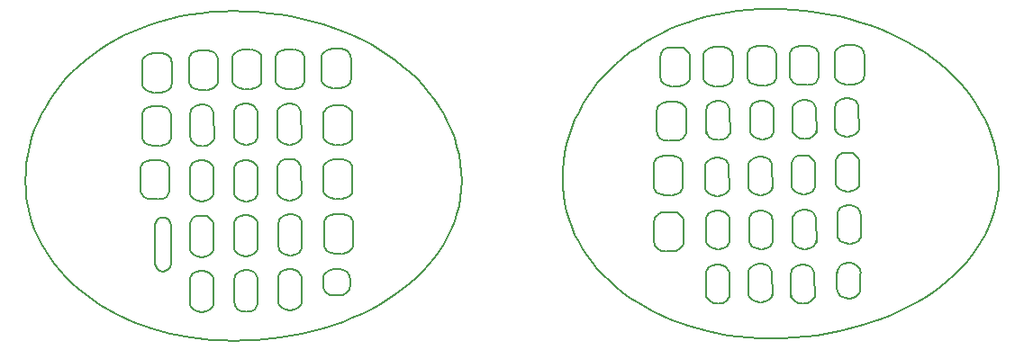
<source format=gbr>
G04 PROTEUS GERBER X2 FILE*
%TF.GenerationSoftware,Labcenter,Proteus,8.9-SP2-Build28501*%
%TF.CreationDate,2020-07-12T19:41:18+00:00*%
%TF.FileFunction,NonPlated,1,2,NPTH*%
%TF.FilePolarity,Positive*%
%TF.Part,Single*%
%TF.SameCoordinates,{dc61f2e1-3fbc-4622-b235-fc52ee95e5fb}*%
%FSLAX45Y45*%
%MOMM*%
G01*
%TA.AperFunction,Profile*%
%ADD18C,0.203200*%
%TD.AperFunction*%
D18*
X-6550000Y-6000000D02*
X-6547519Y-5916226D01*
X-6540151Y-5833716D01*
X-6528008Y-5752560D01*
X-6511200Y-5672852D01*
X-6489840Y-5594681D01*
X-6464039Y-5518140D01*
X-6433909Y-5443320D01*
X-6399561Y-5370312D01*
X-6361107Y-5299210D01*
X-6318658Y-5230103D01*
X-6272326Y-5163083D01*
X-6222223Y-5098242D01*
X-6168460Y-5035672D01*
X-6111149Y-4975464D01*
X-6050401Y-4917709D01*
X-5986328Y-4862500D01*
X-5919042Y-4809927D01*
X-5848653Y-4760083D01*
X-5775275Y-4713058D01*
X-5699017Y-4668945D01*
X-5619993Y-4627835D01*
X-5538313Y-4589819D01*
X-5454089Y-4554990D01*
X-5367432Y-4523438D01*
X-5278454Y-4495255D01*
X-5187267Y-4470532D01*
X-5093983Y-4449362D01*
X-4998712Y-4431836D01*
X-4901567Y-4418045D01*
X-4802659Y-4408081D01*
X-4702099Y-4402036D01*
X-4600000Y-4400000D01*
X-4487429Y-4402036D01*
X-4376556Y-4408081D01*
X-4267503Y-4418045D01*
X-4160394Y-4431836D01*
X-4055352Y-4449362D01*
X-3952500Y-4470532D01*
X-3851961Y-4495255D01*
X-3753857Y-4523438D01*
X-3658313Y-4554990D01*
X-3565450Y-4589819D01*
X-3475393Y-4627835D01*
X-3388263Y-4668945D01*
X-3304184Y-4713058D01*
X-3223279Y-4760083D01*
X-3145672Y-4809927D01*
X-3071484Y-4862500D01*
X-3000840Y-4917709D01*
X-2933861Y-4975464D01*
X-2870672Y-5035672D01*
X-2811395Y-5098242D01*
X-2756153Y-5163083D01*
X-2705070Y-5230103D01*
X-2658267Y-5299210D01*
X-2615869Y-5370312D01*
X-2577998Y-5443320D01*
X-2544778Y-5518140D01*
X-2516331Y-5594681D01*
X-2492780Y-5672852D01*
X-2474248Y-5752560D01*
X-2460859Y-5833716D01*
X-2452735Y-5916226D01*
X-2450000Y-6000000D01*
X-2452735Y-6078538D01*
X-2460859Y-6155891D01*
X-2474248Y-6231975D01*
X-2492780Y-6306702D01*
X-2516331Y-6379987D01*
X-2544778Y-6451744D01*
X-2577998Y-6521888D01*
X-2615869Y-6590332D01*
X-2658267Y-6656991D01*
X-2705070Y-6721779D01*
X-2756153Y-6784610D01*
X-2811395Y-6845398D01*
X-2870672Y-6904058D01*
X-2933861Y-6960503D01*
X-3000840Y-7014647D01*
X-3071484Y-7066406D01*
X-3145672Y-7115693D01*
X-3223279Y-7162422D01*
X-3304184Y-7206508D01*
X-3388263Y-7247864D01*
X-3475393Y-7286405D01*
X-3565450Y-7322044D01*
X-3753857Y-7384277D01*
X-3952500Y-7433876D01*
X-4160394Y-7470154D01*
X-4376556Y-7492424D01*
X-4487429Y-7498092D01*
X-4600000Y-7500000D01*
X-4702099Y-7498092D01*
X-4802659Y-7492424D01*
X-4998712Y-7470154D01*
X-5187267Y-7433876D01*
X-5367432Y-7384277D01*
X-5538313Y-7322044D01*
X-5699017Y-7247864D01*
X-5848653Y-7162422D01*
X-5919042Y-7115693D01*
X-5986328Y-7066406D01*
X-6050401Y-7014647D01*
X-6111149Y-6960503D01*
X-6168460Y-6904058D01*
X-6222223Y-6845398D01*
X-6272326Y-6784610D01*
X-6318658Y-6721779D01*
X-6361107Y-6656991D01*
X-6399561Y-6590332D01*
X-6433909Y-6521888D01*
X-6464039Y-6451744D01*
X-6489840Y-6379987D01*
X-6511200Y-6306702D01*
X-6528008Y-6231975D01*
X-6540151Y-6155891D01*
X-6547519Y-6078538D01*
X-6550000Y-6000000D01*
X-4430000Y-4760000D02*
X-4390644Y-4766943D01*
X-4358906Y-4786016D01*
X-4337715Y-4814580D01*
X-4331990Y-4831598D01*
X-4330000Y-4850000D01*
X-4435000Y-5130000D02*
X-4393676Y-5123442D01*
X-4360351Y-5105430D01*
X-4338100Y-5078452D01*
X-4332089Y-5062380D01*
X-4330000Y-5045000D01*
X-4495000Y-5130000D02*
X-4538291Y-5123442D01*
X-4573203Y-5105430D01*
X-4596514Y-5078452D01*
X-4602811Y-5062380D01*
X-4605000Y-5045000D01*
X-4500000Y-4760000D02*
X-4541323Y-4766558D01*
X-4574648Y-4784570D01*
X-4596899Y-4811548D01*
X-4602911Y-4827620D01*
X-4605000Y-4845000D01*
X-4605000Y-5045000D02*
X-4605000Y-4845000D01*
X-4435000Y-4760000D02*
X-4510000Y-4760000D01*
X-4440000Y-5130000D02*
X-4490000Y-5130000D01*
X-4330000Y-4845000D02*
X-4330000Y-5045000D01*
X-4025000Y-4760000D02*
X-3985644Y-4766943D01*
X-3953906Y-4786016D01*
X-3932715Y-4814580D01*
X-3926990Y-4831598D01*
X-3925000Y-4850000D01*
X-4030000Y-5130000D02*
X-3988676Y-5123442D01*
X-3955351Y-5105430D01*
X-3933100Y-5078452D01*
X-3927089Y-5062380D01*
X-3925000Y-5045000D01*
X-4090000Y-5130000D02*
X-4133291Y-5123442D01*
X-4168203Y-5105430D01*
X-4191514Y-5078452D01*
X-4197811Y-5062380D01*
X-4200000Y-5045000D01*
X-4095000Y-4760000D02*
X-4136323Y-4766558D01*
X-4169648Y-4784570D01*
X-4191899Y-4811548D01*
X-4197911Y-4827620D01*
X-4200000Y-4845000D01*
X-4200000Y-5045000D02*
X-4200000Y-4845000D01*
X-4030000Y-4760000D02*
X-4105000Y-4760000D01*
X-4035000Y-5130000D02*
X-4085000Y-5130000D01*
X-3925000Y-4845000D02*
X-3925000Y-5045000D01*
X-4840000Y-4770000D02*
X-4800644Y-4776943D01*
X-4768906Y-4796016D01*
X-4747715Y-4824580D01*
X-4741990Y-4841598D01*
X-4740000Y-4860000D01*
X-4845000Y-5140000D02*
X-4803676Y-5133442D01*
X-4770351Y-5115430D01*
X-4748100Y-5088452D01*
X-4742089Y-5072380D01*
X-4740000Y-5055000D01*
X-4905000Y-5140000D02*
X-4948291Y-5133442D01*
X-4983203Y-5115430D01*
X-5006514Y-5088452D01*
X-5012811Y-5072380D01*
X-5015000Y-5055000D01*
X-4910000Y-4770000D02*
X-4951323Y-4776558D01*
X-4984648Y-4794570D01*
X-5006899Y-4821548D01*
X-5012911Y-4837620D01*
X-5015000Y-4855000D01*
X-5015000Y-5055000D02*
X-5015000Y-4855000D01*
X-4845000Y-4770000D02*
X-4920000Y-4770000D01*
X-4850000Y-5140000D02*
X-4900000Y-5140000D01*
X-4740000Y-4855000D02*
X-4740000Y-5055000D01*
X-3590000Y-4755000D02*
X-3550644Y-4761943D01*
X-3518906Y-4781016D01*
X-3497715Y-4809580D01*
X-3491990Y-4826598D01*
X-3490000Y-4845000D01*
X-3595000Y-5125000D02*
X-3553676Y-5118442D01*
X-3520351Y-5100430D01*
X-3498100Y-5073452D01*
X-3492089Y-5057380D01*
X-3490000Y-5040000D01*
X-3655000Y-5125000D02*
X-3698291Y-5118442D01*
X-3733203Y-5100430D01*
X-3756514Y-5073452D01*
X-3762811Y-5057380D01*
X-3765000Y-5040000D01*
X-3660000Y-4755000D02*
X-3701323Y-4761558D01*
X-3734648Y-4779570D01*
X-3756899Y-4806548D01*
X-3762911Y-4822620D01*
X-3765000Y-4840000D01*
X-3765000Y-5040000D02*
X-3765000Y-4840000D01*
X-3590000Y-4755000D02*
X-3665000Y-4755000D01*
X-3600000Y-5125000D02*
X-3650000Y-5125000D01*
X-3490000Y-4840000D02*
X-3490000Y-5040000D01*
X+810000Y-4725000D02*
X+849356Y-4731943D01*
X+881094Y-4751016D01*
X+902285Y-4779580D01*
X+908010Y-4796598D01*
X+910000Y-4815000D01*
X+805000Y-5095000D02*
X+846324Y-5088442D01*
X+879649Y-5070430D01*
X+901900Y-5043452D01*
X+907911Y-5027380D01*
X+910000Y-5010000D01*
X+745000Y-5095000D02*
X+701709Y-5088442D01*
X+666797Y-5070430D01*
X+643486Y-5043452D01*
X+637189Y-5027380D01*
X+635000Y-5010000D01*
X+740000Y-4725000D02*
X+698677Y-4731558D01*
X+665352Y-4749570D01*
X+643101Y-4776548D01*
X+637089Y-4792620D01*
X+635000Y-4810000D01*
X+635000Y-5010000D02*
X+635000Y-4810000D01*
X+810000Y-4725000D02*
X+735000Y-4725000D01*
X+800000Y-5095000D02*
X+750000Y-5095000D01*
X+910000Y-4810000D02*
X+910000Y-5010000D01*
X+410000Y-4730000D02*
X+449356Y-4736943D01*
X+481094Y-4756016D01*
X+502285Y-4784580D01*
X+508010Y-4801598D01*
X+510000Y-4820000D01*
X+405000Y-5100000D02*
X+446324Y-5093442D01*
X+479649Y-5075430D01*
X+501900Y-5048452D01*
X+507911Y-5032380D01*
X+510000Y-5015000D01*
X+345000Y-5100000D02*
X+301709Y-5093442D01*
X+266797Y-5075430D01*
X+243486Y-5048452D01*
X+237189Y-5032380D01*
X+235000Y-5015000D01*
X+340000Y-4730000D02*
X+298677Y-4736558D01*
X+265352Y-4754570D01*
X+243101Y-4781548D01*
X+237089Y-4797620D01*
X+235000Y-4815000D01*
X+235000Y-5015000D02*
X+235000Y-4815000D01*
X+410000Y-4730000D02*
X+335000Y-4730000D01*
X+400000Y-5100000D02*
X+350000Y-5100000D01*
X+510000Y-4815000D02*
X+510000Y-5015000D01*
X+1235000Y-4720000D02*
X+1274356Y-4726943D01*
X+1306094Y-4746016D01*
X+1327285Y-4774580D01*
X+1333010Y-4791598D01*
X+1335000Y-4810000D01*
X+1230000Y-5090000D02*
X+1271324Y-5083442D01*
X+1304649Y-5065430D01*
X+1326900Y-5038452D01*
X+1332911Y-5022380D01*
X+1335000Y-5005000D01*
X+1170000Y-5090000D02*
X+1126709Y-5083442D01*
X+1091797Y-5065430D01*
X+1068486Y-5038452D01*
X+1062189Y-5022380D01*
X+1060000Y-5005000D01*
X+1165000Y-4720000D02*
X+1123677Y-4726558D01*
X+1090352Y-4744570D01*
X+1068101Y-4771548D01*
X+1062089Y-4787620D01*
X+1060000Y-4805000D01*
X+1060000Y-5005000D02*
X+1060000Y-4805000D01*
X+1235000Y-4720000D02*
X+1160000Y-4720000D01*
X+1225000Y-5090000D02*
X+1175000Y-5090000D01*
X+1335000Y-4805000D02*
X+1335000Y-5005000D01*
X+0Y-4735000D02*
X+39356Y-4741943D01*
X+71094Y-4761016D01*
X+92285Y-4789580D01*
X+98010Y-4806598D01*
X+100000Y-4825000D01*
X-5000Y-5105000D02*
X+36324Y-5098442D01*
X+69649Y-5080430D01*
X+91900Y-5053452D01*
X+97911Y-5037380D01*
X+100000Y-5020000D01*
X-65000Y-5105000D02*
X-108291Y-5098442D01*
X-143203Y-5080430D01*
X-166514Y-5053452D01*
X-172811Y-5037380D01*
X-175000Y-5020000D01*
X-70000Y-4735000D02*
X-111323Y-4741558D01*
X-144648Y-4759570D01*
X-166899Y-4786548D01*
X-172911Y-4802620D01*
X-175000Y-4820000D01*
X-175000Y-5020000D02*
X-175000Y-4820000D01*
X+0Y-4735000D02*
X-75000Y-4735000D01*
X-10000Y-5105000D02*
X-60000Y-5105000D01*
X+100000Y-4820000D02*
X+100000Y-5020000D01*
X-405000Y-4740000D02*
X-365644Y-4746943D01*
X-333906Y-4766016D01*
X-312715Y-4794580D01*
X-306990Y-4811598D01*
X-305000Y-4830000D01*
X-410000Y-5110000D02*
X-368676Y-5103442D01*
X-335351Y-5085430D01*
X-313100Y-5058452D01*
X-307089Y-5042380D01*
X-305000Y-5025000D01*
X-470000Y-5110000D02*
X-513291Y-5103442D01*
X-548203Y-5085430D01*
X-571514Y-5058452D01*
X-577811Y-5042380D01*
X-580000Y-5025000D01*
X-475000Y-4740000D02*
X-516323Y-4746558D01*
X-549648Y-4764570D01*
X-571899Y-4791548D01*
X-577911Y-4807620D01*
X-580000Y-4825000D01*
X-580000Y-5025000D02*
X-580000Y-4825000D01*
X-405000Y-4740000D02*
X-480000Y-4740000D01*
X-415000Y-5110000D02*
X-465000Y-5110000D01*
X-305000Y-4825000D02*
X-305000Y-5025000D01*
X-1500000Y-5980000D02*
X-1497519Y-5896226D01*
X-1490151Y-5813716D01*
X-1478008Y-5732560D01*
X-1461200Y-5652852D01*
X-1439840Y-5574681D01*
X-1414039Y-5498140D01*
X-1383909Y-5423320D01*
X-1349561Y-5350312D01*
X-1311107Y-5279210D01*
X-1268658Y-5210103D01*
X-1222326Y-5143083D01*
X-1172223Y-5078242D01*
X-1118460Y-5015672D01*
X-1061149Y-4955464D01*
X-1000401Y-4897709D01*
X-936328Y-4842500D01*
X-869042Y-4789927D01*
X-798653Y-4740083D01*
X-725275Y-4693058D01*
X-649017Y-4648945D01*
X-569993Y-4607835D01*
X-488313Y-4569819D01*
X-404089Y-4534990D01*
X-317432Y-4503438D01*
X-228454Y-4475255D01*
X-137267Y-4450532D01*
X-43983Y-4429362D01*
X+51288Y-4411836D01*
X+148433Y-4398045D01*
X+247341Y-4388081D01*
X+347901Y-4382036D01*
X+450000Y-4380000D01*
X+562571Y-4382036D01*
X+673444Y-4388081D01*
X+782497Y-4398045D01*
X+889606Y-4411836D01*
X+994648Y-4429362D01*
X+1097500Y-4450532D01*
X+1198039Y-4475255D01*
X+1296143Y-4503438D01*
X+1391687Y-4534990D01*
X+1484550Y-4569819D01*
X+1574607Y-4607835D01*
X+1661737Y-4648945D01*
X+1745816Y-4693058D01*
X+1826721Y-4740083D01*
X+1904328Y-4789927D01*
X+1978516Y-4842500D01*
X+2049160Y-4897709D01*
X+2116139Y-4955464D01*
X+2179328Y-5015672D01*
X+2238605Y-5078242D01*
X+2293847Y-5143083D01*
X+2344930Y-5210103D01*
X+2391733Y-5279210D01*
X+2434131Y-5350312D01*
X+2472002Y-5423320D01*
X+2505222Y-5498140D01*
X+2533669Y-5574681D01*
X+2557220Y-5652852D01*
X+2575752Y-5732560D01*
X+2589141Y-5813716D01*
X+2597265Y-5896226D01*
X+2600000Y-5980000D01*
X+2597265Y-6058538D01*
X+2589141Y-6135891D01*
X+2575752Y-6211975D01*
X+2557220Y-6286702D01*
X+2533669Y-6359987D01*
X+2505222Y-6431744D01*
X+2472002Y-6501888D01*
X+2434131Y-6570332D01*
X+2391733Y-6636991D01*
X+2344930Y-6701779D01*
X+2293847Y-6764610D01*
X+2238605Y-6825398D01*
X+2179328Y-6884058D01*
X+2116139Y-6940503D01*
X+2049160Y-6994647D01*
X+1978516Y-7046406D01*
X+1904328Y-7095693D01*
X+1826721Y-7142422D01*
X+1745816Y-7186508D01*
X+1661737Y-7227864D01*
X+1574607Y-7266405D01*
X+1484550Y-7302044D01*
X+1296143Y-7364277D01*
X+1097500Y-7413876D01*
X+889606Y-7450154D01*
X+673444Y-7472424D01*
X+562571Y-7478092D01*
X+450000Y-7480000D01*
X+347901Y-7478092D01*
X+247341Y-7472424D01*
X+51288Y-7450154D01*
X-137267Y-7413876D01*
X-317432Y-7364277D01*
X-488313Y-7302044D01*
X-649017Y-7227864D01*
X-798653Y-7142422D01*
X-869042Y-7095693D01*
X-936328Y-7046406D01*
X-1000401Y-6994647D01*
X-1061149Y-6940503D01*
X-1118460Y-6884058D01*
X-1172223Y-6825398D01*
X-1222326Y-6764610D01*
X-1268658Y-6701779D01*
X-1311107Y-6636991D01*
X-1349561Y-6570332D01*
X-1383909Y-6501888D01*
X-1414039Y-6431744D01*
X-1439840Y-6359987D01*
X-1461200Y-6286702D01*
X-1478008Y-6211975D01*
X-1490151Y-6135891D01*
X-1497519Y-6058538D01*
X-1500000Y-5980000D01*
X-4880000Y-5280000D02*
X-4840644Y-5286943D01*
X-4808906Y-5306016D01*
X-4787715Y-5334580D01*
X-4781990Y-5351598D01*
X-4780000Y-5370000D01*
X-4880000Y-5670000D02*
X-4838676Y-5663442D01*
X-4805351Y-5645430D01*
X-4783100Y-5618452D01*
X-4777089Y-5602380D01*
X-4775000Y-5585000D01*
X-4890000Y-5670000D02*
X-4933291Y-5663442D01*
X-4968203Y-5645430D01*
X-4991514Y-5618452D01*
X-4997811Y-5602380D01*
X-5000000Y-5585000D01*
X-4895000Y-5280000D02*
X-4936323Y-5286558D01*
X-4969648Y-5304570D01*
X-4991899Y-5331548D01*
X-4997911Y-5347620D01*
X-5000000Y-5365000D01*
X-5000000Y-5370000D02*
X-5000000Y-5585000D01*
X-4775000Y-5585000D02*
X-4780000Y-5375000D01*
X-4895000Y-5280000D02*
X-4880000Y-5280000D01*
X-4470000Y-5270000D02*
X-4430644Y-5276943D01*
X-4398906Y-5296016D01*
X-4377715Y-5324580D01*
X-4371990Y-5341598D01*
X-4370000Y-5360000D01*
X-4470000Y-5660000D02*
X-4428676Y-5653442D01*
X-4395351Y-5635430D01*
X-4373100Y-5608452D01*
X-4367089Y-5592380D01*
X-4365000Y-5575000D01*
X-4480000Y-5660000D02*
X-4523291Y-5653442D01*
X-4558203Y-5635430D01*
X-4581514Y-5608452D01*
X-4587811Y-5592380D01*
X-4590000Y-5575000D01*
X-4485000Y-5270000D02*
X-4526323Y-5276558D01*
X-4559648Y-5294570D01*
X-4581899Y-5321548D01*
X-4587911Y-5337620D01*
X-4590000Y-5355000D01*
X-4590000Y-5360000D02*
X-4590000Y-5575000D01*
X-4365000Y-5575000D02*
X-4370000Y-5365000D01*
X-4485000Y-5270000D02*
X-4470000Y-5270000D01*
X-4060000Y-5270000D02*
X-4020644Y-5276943D01*
X-3988906Y-5296016D01*
X-3967715Y-5324580D01*
X-3961990Y-5341598D01*
X-3960000Y-5360000D01*
X-4060000Y-5660000D02*
X-4018676Y-5653442D01*
X-3985351Y-5635430D01*
X-3963100Y-5608452D01*
X-3957089Y-5592380D01*
X-3955000Y-5575000D01*
X-4070000Y-5660000D02*
X-4113291Y-5653442D01*
X-4148203Y-5635430D01*
X-4171514Y-5608452D01*
X-4177811Y-5592380D01*
X-4180000Y-5575000D01*
X-4075000Y-5270000D02*
X-4116323Y-5276558D01*
X-4149648Y-5294570D01*
X-4171899Y-5321548D01*
X-4177911Y-5337620D01*
X-4180000Y-5355000D01*
X-4180000Y-5360000D02*
X-4180000Y-5575000D01*
X-3955000Y-5575000D02*
X-3960000Y-5365000D01*
X-4075000Y-5270000D02*
X-4060000Y-5270000D01*
X-4885000Y-5800000D02*
X-4845644Y-5806943D01*
X-4813906Y-5826016D01*
X-4792715Y-5854580D01*
X-4786990Y-5871598D01*
X-4785000Y-5890000D01*
X-4890000Y-6190000D02*
X-4848676Y-6183442D01*
X-4815351Y-6165430D01*
X-4793100Y-6138452D01*
X-4787089Y-6122380D01*
X-4785000Y-6105000D01*
X-4895000Y-6190000D02*
X-4938291Y-6183442D01*
X-4973203Y-6165430D01*
X-4996514Y-6138452D01*
X-5002811Y-6122380D01*
X-5005000Y-6105000D01*
X-4900000Y-5800000D02*
X-4941323Y-5806558D01*
X-4974648Y-5824570D01*
X-4996899Y-5851548D01*
X-5002911Y-5867620D01*
X-5005000Y-5885000D01*
X-5005000Y-5890000D02*
X-5005000Y-6105000D01*
X-4785000Y-6105000D02*
X-4785000Y-5895000D01*
X-4900000Y-5800000D02*
X-4885000Y-5800000D01*
X-4470000Y-5800000D02*
X-4430644Y-5806943D01*
X-4398906Y-5826016D01*
X-4377715Y-5854580D01*
X-4371990Y-5871598D01*
X-4370000Y-5890000D01*
X-4470000Y-6190000D02*
X-4428676Y-6183442D01*
X-4395351Y-6165430D01*
X-4373100Y-6138452D01*
X-4367089Y-6122380D01*
X-4365000Y-6105000D01*
X-4480000Y-6190000D02*
X-4523291Y-6183442D01*
X-4558203Y-6165430D01*
X-4581514Y-6138452D01*
X-4587811Y-6122380D01*
X-4590000Y-6105000D01*
X-4485000Y-5800000D02*
X-4526323Y-5806558D01*
X-4559648Y-5824570D01*
X-4581899Y-5851548D01*
X-4587911Y-5867620D01*
X-4590000Y-5885000D01*
X-4590000Y-5890000D02*
X-4590000Y-6105000D01*
X-4365000Y-6105000D02*
X-4370000Y-5895000D01*
X-4485000Y-5800000D02*
X-4470000Y-5800000D01*
X-4060000Y-5790000D02*
X-4020644Y-5796943D01*
X-3988906Y-5816016D01*
X-3967715Y-5844580D01*
X-3961990Y-5861598D01*
X-3960000Y-5880000D01*
X-4060000Y-6180000D02*
X-4018676Y-6173442D01*
X-3985351Y-6155430D01*
X-3963100Y-6128452D01*
X-3957089Y-6112380D01*
X-3955000Y-6095000D01*
X-4070000Y-6180000D02*
X-4113291Y-6173442D01*
X-4148203Y-6155430D01*
X-4171514Y-6128452D01*
X-4177811Y-6112380D01*
X-4180000Y-6095000D01*
X-4075000Y-5790000D02*
X-4116323Y-5796558D01*
X-4149648Y-5814570D01*
X-4171899Y-5841548D01*
X-4177911Y-5857620D01*
X-4180000Y-5875000D01*
X-4180000Y-5880000D02*
X-4180000Y-6095000D01*
X-3955000Y-6095000D02*
X-3960000Y-5885000D01*
X-4075000Y-5790000D02*
X-4060000Y-5790000D01*
X-4884782Y-6323362D02*
X-4845426Y-6330305D01*
X-4813688Y-6349378D01*
X-4792497Y-6377942D01*
X-4786772Y-6394960D01*
X-4784782Y-6413362D01*
X-4889782Y-6713362D02*
X-4848458Y-6706804D01*
X-4815133Y-6688792D01*
X-4792882Y-6661814D01*
X-4786871Y-6645742D01*
X-4784782Y-6628362D01*
X-4894782Y-6713362D02*
X-4938073Y-6706804D01*
X-4972985Y-6688792D01*
X-4996296Y-6661814D01*
X-5002593Y-6645742D01*
X-5004782Y-6628362D01*
X-4899782Y-6323362D02*
X-4941105Y-6329920D01*
X-4974430Y-6347932D01*
X-4996681Y-6374910D01*
X-5002693Y-6390982D01*
X-5004782Y-6408362D01*
X-5004782Y-6413362D02*
X-5004782Y-6628362D01*
X-4784782Y-6628362D02*
X-4784782Y-6418362D01*
X-4899782Y-6323362D02*
X-4884782Y-6323362D01*
X-4469782Y-6318362D02*
X-4430426Y-6325305D01*
X-4398688Y-6344378D01*
X-4377497Y-6372942D01*
X-4371772Y-6389960D01*
X-4369782Y-6408362D01*
X-4474782Y-6708362D02*
X-4433458Y-6701804D01*
X-4400133Y-6683792D01*
X-4377882Y-6656814D01*
X-4371871Y-6640742D01*
X-4369782Y-6623362D01*
X-4479782Y-6708362D02*
X-4523073Y-6701804D01*
X-4557985Y-6683792D01*
X-4581296Y-6656814D01*
X-4587593Y-6640742D01*
X-4589782Y-6623362D01*
X-4484782Y-6318362D02*
X-4526105Y-6324920D01*
X-4559430Y-6342932D01*
X-4581681Y-6369910D01*
X-4587693Y-6385982D01*
X-4589782Y-6403362D01*
X-4589782Y-6408362D02*
X-4589782Y-6623362D01*
X-4369782Y-6623362D02*
X-4369782Y-6413362D01*
X-4484782Y-6318362D02*
X-4469782Y-6318362D01*
X-4049782Y-6308362D02*
X-4010426Y-6315305D01*
X-3978688Y-6334378D01*
X-3957497Y-6362942D01*
X-3951772Y-6379960D01*
X-3949782Y-6398362D01*
X-4054782Y-6698362D02*
X-4013458Y-6691804D01*
X-3980133Y-6673792D01*
X-3957882Y-6646814D01*
X-3951871Y-6630742D01*
X-3949782Y-6613362D01*
X-4059782Y-6698362D02*
X-4103073Y-6691804D01*
X-4137985Y-6673792D01*
X-4161296Y-6646814D01*
X-4167593Y-6630742D01*
X-4169782Y-6613362D01*
X-4064782Y-6308362D02*
X-4106105Y-6314920D01*
X-4139430Y-6332932D01*
X-4161681Y-6359910D01*
X-4167693Y-6375982D01*
X-4169782Y-6393362D01*
X-4169782Y-6398362D02*
X-4169782Y-6613362D01*
X-3949782Y-6613362D02*
X-3949782Y-6403362D01*
X-4064782Y-6308362D02*
X-4049782Y-6308362D01*
X-4884782Y-6843362D02*
X-4845426Y-6850305D01*
X-4813688Y-6869378D01*
X-4792497Y-6897942D01*
X-4786772Y-6914960D01*
X-4784782Y-6933362D01*
X-4889782Y-7233362D02*
X-4848458Y-7226804D01*
X-4815133Y-7208792D01*
X-4792882Y-7181814D01*
X-4786871Y-7165742D01*
X-4784782Y-7148362D01*
X-4894782Y-7233362D02*
X-4938073Y-7226804D01*
X-4972985Y-7208792D01*
X-4996296Y-7181814D01*
X-5002593Y-7165742D01*
X-5004782Y-7148362D01*
X-4899782Y-6843362D02*
X-4941105Y-6849920D01*
X-4974430Y-6867932D01*
X-4996681Y-6894910D01*
X-5002693Y-6910982D01*
X-5004782Y-6928362D01*
X-5004782Y-6933362D02*
X-5004782Y-7148362D01*
X-4784782Y-7148362D02*
X-4784782Y-6938362D01*
X-4899782Y-6843362D02*
X-4884782Y-6843362D01*
X-4464782Y-6838362D02*
X-4425426Y-6845305D01*
X-4393688Y-6864378D01*
X-4372497Y-6892942D01*
X-4366772Y-6909960D01*
X-4364782Y-6928362D01*
X-4469782Y-7228362D02*
X-4428458Y-7221804D01*
X-4395133Y-7203792D01*
X-4372882Y-7176814D01*
X-4366871Y-7160742D01*
X-4364782Y-7143362D01*
X-4474782Y-7228362D02*
X-4518073Y-7221804D01*
X-4552985Y-7203792D01*
X-4576296Y-7176814D01*
X-4582593Y-7160742D01*
X-4584782Y-7143362D01*
X-4479782Y-6838362D02*
X-4521105Y-6844920D01*
X-4554430Y-6862932D01*
X-4576681Y-6889910D01*
X-4582693Y-6905982D01*
X-4584782Y-6923362D01*
X-4584782Y-6928362D02*
X-4584782Y-7143362D01*
X-4364782Y-7143362D02*
X-4364782Y-6933362D01*
X-4479782Y-6838362D02*
X-4464782Y-6838362D01*
X-4054782Y-6828362D02*
X-4015426Y-6835305D01*
X-3983688Y-6854378D01*
X-3962497Y-6882942D01*
X-3956772Y-6899960D01*
X-3954782Y-6918362D01*
X-4059782Y-7218362D02*
X-4018458Y-7211804D01*
X-3985133Y-7193792D01*
X-3962882Y-7166814D01*
X-3956871Y-7150742D01*
X-3954782Y-7133362D01*
X-4064782Y-7218362D02*
X-4108073Y-7211804D01*
X-4142985Y-7193792D01*
X-4166296Y-7166814D01*
X-4172593Y-7150742D01*
X-4174782Y-7133362D01*
X-4069782Y-6828362D02*
X-4111105Y-6834920D01*
X-4144430Y-6852932D01*
X-4166681Y-6879910D01*
X-4172693Y-6895982D01*
X-4174782Y-6913362D01*
X-4174782Y-6918362D02*
X-4174782Y-7133362D01*
X-3954782Y-7133362D02*
X-3954782Y-6923362D01*
X-4069782Y-6828362D02*
X-4054782Y-6828362D01*
X-3575000Y-5290000D02*
X-3535644Y-5296943D01*
X-3503906Y-5316016D01*
X-3482715Y-5344580D01*
X-3476990Y-5361598D01*
X-3475000Y-5380000D01*
X-3580000Y-5660000D02*
X-3538676Y-5653442D01*
X-3505351Y-5635430D01*
X-3483100Y-5608452D01*
X-3477089Y-5592380D01*
X-3475000Y-5575000D01*
X-3640000Y-5660000D02*
X-3683291Y-5653442D01*
X-3718203Y-5635430D01*
X-3741514Y-5608452D01*
X-3747811Y-5592380D01*
X-3750000Y-5575000D01*
X-3645000Y-5290000D02*
X-3686323Y-5296558D01*
X-3719648Y-5314570D01*
X-3741899Y-5341548D01*
X-3747911Y-5357620D01*
X-3750000Y-5375000D01*
X-3750000Y-5575000D02*
X-3750000Y-5375000D01*
X-3575000Y-5290000D02*
X-3650000Y-5290000D01*
X-3585000Y-5660000D02*
X-3635000Y-5660000D01*
X-3475000Y-5375000D02*
X-3475000Y-5575000D01*
X-3575000Y-5795000D02*
X-3535644Y-5801943D01*
X-3503906Y-5821016D01*
X-3482715Y-5849580D01*
X-3476990Y-5866598D01*
X-3475000Y-5885000D01*
X-3580000Y-6165000D02*
X-3538676Y-6158442D01*
X-3505351Y-6140430D01*
X-3483100Y-6113452D01*
X-3477089Y-6097380D01*
X-3475000Y-6080000D01*
X-3640000Y-6165000D02*
X-3683291Y-6158442D01*
X-3718203Y-6140430D01*
X-3741514Y-6113452D01*
X-3747811Y-6097380D01*
X-3750000Y-6080000D01*
X-3645000Y-5795000D02*
X-3686323Y-5801558D01*
X-3719648Y-5819570D01*
X-3741899Y-5846548D01*
X-3747911Y-5862620D01*
X-3750000Y-5880000D01*
X-3750000Y-6080000D02*
X-3750000Y-5880000D01*
X-3575000Y-5795000D02*
X-3650000Y-5795000D01*
X-3585000Y-6165000D02*
X-3635000Y-6165000D01*
X-3475000Y-5880000D02*
X-3475000Y-6080000D01*
X-3570000Y-6310000D02*
X-3530644Y-6316943D01*
X-3498906Y-6336016D01*
X-3477715Y-6364580D01*
X-3471990Y-6381598D01*
X-3470000Y-6400000D01*
X-3575000Y-6680000D02*
X-3533676Y-6673442D01*
X-3500351Y-6655430D01*
X-3478100Y-6628452D01*
X-3472089Y-6612380D01*
X-3470000Y-6595000D01*
X-3635000Y-6680000D02*
X-3678291Y-6673442D01*
X-3713203Y-6655430D01*
X-3736514Y-6628452D01*
X-3742811Y-6612380D01*
X-3745000Y-6595000D01*
X-3640000Y-6310000D02*
X-3681323Y-6316558D01*
X-3714648Y-6334570D01*
X-3736899Y-6361548D01*
X-3742911Y-6377620D01*
X-3745000Y-6395000D01*
X-3745000Y-6595000D02*
X-3745000Y-6395000D01*
X-3570000Y-6310000D02*
X-3645000Y-6310000D01*
X-3580000Y-6680000D02*
X-3630000Y-6680000D01*
X-3470000Y-6395000D02*
X-3470000Y-6595000D01*
X-3600000Y-6830000D02*
X-3560644Y-6836943D01*
X-3528906Y-6856016D01*
X-3507715Y-6884580D01*
X-3501990Y-6901598D01*
X-3500000Y-6920000D01*
X-3605000Y-7075000D02*
X-3563676Y-7068442D01*
X-3530351Y-7050430D01*
X-3508100Y-7023452D01*
X-3502089Y-7007380D01*
X-3500000Y-6990000D01*
X-3645000Y-7075000D02*
X-3688213Y-7068442D01*
X-3722578Y-7050430D01*
X-3735289Y-7037906D01*
X-3744404Y-7023452D01*
X-3749462Y-7007380D01*
X-3750000Y-6990000D01*
X-3645000Y-6830000D02*
X-3686323Y-6836558D01*
X-3719648Y-6854570D01*
X-3741899Y-6881548D01*
X-3747911Y-6897620D01*
X-3750000Y-6915000D01*
X-3590000Y-6830000D02*
X-3650000Y-6830000D01*
X-5275000Y-4795000D02*
X-5235644Y-4801943D01*
X-5203906Y-4821016D01*
X-5182715Y-4849580D01*
X-5176990Y-4866598D01*
X-5175000Y-4885000D01*
X-5280000Y-5165000D02*
X-5238676Y-5158442D01*
X-5205351Y-5140430D01*
X-5183100Y-5113452D01*
X-5177089Y-5097380D01*
X-5175000Y-5080000D01*
X-5340000Y-5165000D02*
X-5383291Y-5158442D01*
X-5418203Y-5140430D01*
X-5441514Y-5113452D01*
X-5447811Y-5097380D01*
X-5450000Y-5080000D01*
X-5345000Y-4795000D02*
X-5386323Y-4801558D01*
X-5419648Y-4819570D01*
X-5441899Y-4846548D01*
X-5447911Y-4862620D01*
X-5450000Y-4880000D01*
X-5450000Y-5080000D02*
X-5450000Y-4880000D01*
X-5275000Y-4795000D02*
X-5350000Y-4795000D01*
X-5285000Y-5165000D02*
X-5335000Y-5165000D01*
X-5175000Y-4880000D02*
X-5175000Y-5080000D01*
X-5280000Y-5295000D02*
X-5240644Y-5301943D01*
X-5208906Y-5321016D01*
X-5187715Y-5349580D01*
X-5181990Y-5366598D01*
X-5180000Y-5385000D01*
X-5285000Y-5665000D02*
X-5243676Y-5658442D01*
X-5210351Y-5640430D01*
X-5188100Y-5613452D01*
X-5182089Y-5597380D01*
X-5180000Y-5580000D01*
X-5345000Y-5665000D02*
X-5388291Y-5658442D01*
X-5423203Y-5640430D01*
X-5446514Y-5613452D01*
X-5452811Y-5597380D01*
X-5455000Y-5580000D01*
X-5350000Y-5295000D02*
X-5391323Y-5301558D01*
X-5424648Y-5319570D01*
X-5446899Y-5346548D01*
X-5452911Y-5362620D01*
X-5455000Y-5380000D01*
X-5455000Y-5580000D02*
X-5455000Y-5380000D01*
X-5280000Y-5295000D02*
X-5355000Y-5295000D01*
X-5290000Y-5665000D02*
X-5340000Y-5665000D01*
X-5180000Y-5380000D02*
X-5180000Y-5580000D01*
X-5295000Y-5800000D02*
X-5255644Y-5806943D01*
X-5223906Y-5826016D01*
X-5202715Y-5854580D01*
X-5196990Y-5871598D01*
X-5195000Y-5890000D01*
X-5300000Y-6170000D02*
X-5258676Y-6163442D01*
X-5225351Y-6145430D01*
X-5203100Y-6118452D01*
X-5197089Y-6102380D01*
X-5195000Y-6085000D01*
X-5360000Y-6170000D02*
X-5403291Y-6163442D01*
X-5438203Y-6145430D01*
X-5461514Y-6118452D01*
X-5467811Y-6102380D01*
X-5470000Y-6085000D01*
X-5365000Y-5800000D02*
X-5406323Y-5806558D01*
X-5439648Y-5824570D01*
X-5461899Y-5851548D01*
X-5467911Y-5867620D01*
X-5470000Y-5885000D01*
X-5470000Y-6085000D02*
X-5470000Y-5885000D01*
X-5295000Y-5800000D02*
X-5370000Y-5800000D01*
X-5305000Y-6170000D02*
X-5355000Y-6170000D01*
X-5195000Y-5885000D02*
X-5195000Y-6085000D01*
X-3750000Y-6915000D02*
X-3750000Y-6990000D01*
X-3500000Y-6990000D02*
X-3500000Y-6920000D01*
X-3645000Y-7075000D02*
X-3610000Y-7075000D01*
X-5329782Y-6418362D02*
X-5329782Y-6633362D01*
X-5330000Y-6630000D02*
X-5330000Y-6775000D01*
X-5184782Y-6418362D02*
X-5184782Y-6633362D01*
X-5185000Y-6630000D02*
X-5185000Y-6775000D01*
X-5330000Y-6415000D02*
X-5324985Y-6385483D01*
X-5311211Y-6361680D01*
X-5290581Y-6345786D01*
X-5265000Y-6340000D01*
X-5233516Y-6346172D01*
X-5208125Y-6363125D01*
X-5191172Y-6388516D01*
X-5185000Y-6420000D01*
X-5330000Y-6775000D02*
X-5324600Y-6804516D01*
X-5309766Y-6828320D01*
X-5287549Y-6844214D01*
X-5260000Y-6850000D01*
X-5230483Y-6844600D01*
X-5206680Y-6829766D01*
X-5190786Y-6807549D01*
X-5185000Y-6780000D01*
X-28409Y-5246440D02*
X+10946Y-5253383D01*
X+42685Y-5272456D01*
X+63876Y-5301020D01*
X+69601Y-5318038D01*
X+71591Y-5336440D01*
X-28409Y-5611440D02*
X+12914Y-5604882D01*
X+46240Y-5586870D01*
X+68491Y-5559892D01*
X+74502Y-5543820D01*
X+76591Y-5526440D01*
X-38409Y-5611440D02*
X-81700Y-5604882D01*
X-116612Y-5586870D01*
X-139923Y-5559892D01*
X-146220Y-5543820D01*
X-148409Y-5526440D01*
X-43409Y-5246440D02*
X-84732Y-5252998D01*
X-118057Y-5271010D01*
X-140308Y-5297988D01*
X-146320Y-5314060D01*
X-148409Y-5331440D01*
X-148409Y-5546440D01*
X+76591Y-5546440D02*
X+71591Y-5336440D01*
X-43409Y-5246440D02*
X-28409Y-5246440D01*
X-38409Y-5776440D02*
X+946Y-5783383D01*
X+32685Y-5802456D01*
X+53876Y-5831020D01*
X+59601Y-5848038D01*
X+61591Y-5866440D01*
X-38409Y-6141440D02*
X+2914Y-6134882D01*
X+36240Y-6116870D01*
X+58491Y-6089892D01*
X+64502Y-6073820D01*
X+66591Y-6056440D01*
X-48409Y-6141440D02*
X-91700Y-6134882D01*
X-126612Y-6116870D01*
X-149923Y-6089892D01*
X-156220Y-6073820D01*
X-158409Y-6056440D01*
X-53409Y-5776440D02*
X-94732Y-5782998D01*
X-128057Y-5801010D01*
X-150308Y-5827988D01*
X-156320Y-5844060D01*
X-158409Y-5861440D01*
X-158409Y-6076440D01*
X+66591Y-6076440D02*
X+61591Y-5866440D01*
X-53409Y-5776440D02*
X-38409Y-5776440D01*
X-33409Y-6276440D02*
X+5946Y-6283383D01*
X+37685Y-6302456D01*
X+58876Y-6331020D01*
X+64601Y-6348038D01*
X+66591Y-6366440D01*
X-33409Y-6641440D02*
X+7914Y-6634882D01*
X+41240Y-6616870D01*
X+63491Y-6589892D01*
X+69502Y-6573820D01*
X+71591Y-6556440D01*
X-43409Y-6641440D02*
X-86700Y-6634882D01*
X-121612Y-6616870D01*
X-144923Y-6589892D01*
X-151220Y-6573820D01*
X-153409Y-6556440D01*
X-48409Y-6276440D02*
X-89732Y-6282998D01*
X-123057Y-6301010D01*
X-145308Y-6327988D01*
X-151320Y-6344060D01*
X-153409Y-6361440D01*
X-153409Y-6576440D01*
X+71591Y-6576440D02*
X+66591Y-6366440D01*
X-48409Y-6276440D02*
X-33409Y-6276440D01*
X+381591Y-5241440D02*
X+420946Y-5248383D01*
X+452685Y-5267456D01*
X+473876Y-5296020D01*
X+479601Y-5313038D01*
X+481591Y-5331440D01*
X+381591Y-5606440D02*
X+422914Y-5599882D01*
X+456240Y-5581870D01*
X+478491Y-5554892D01*
X+484502Y-5538820D01*
X+486591Y-5521440D01*
X+371591Y-5606440D02*
X+328300Y-5599882D01*
X+293388Y-5581870D01*
X+270077Y-5554892D01*
X+263780Y-5538820D01*
X+261591Y-5521440D01*
X+366591Y-5241440D02*
X+325268Y-5247998D01*
X+291943Y-5266010D01*
X+269692Y-5292988D01*
X+263680Y-5309060D01*
X+261591Y-5326440D01*
X+261591Y-5541440D01*
X+486591Y-5541440D02*
X+481591Y-5331440D01*
X+366591Y-5241440D02*
X+381591Y-5241440D01*
X+781591Y-5236440D02*
X+820946Y-5243383D01*
X+852685Y-5262456D01*
X+873876Y-5291020D01*
X+879601Y-5308038D01*
X+881591Y-5326440D01*
X+781591Y-5601440D02*
X+822914Y-5594882D01*
X+856240Y-5576870D01*
X+878491Y-5549892D01*
X+884502Y-5533820D01*
X+886591Y-5516440D01*
X+771591Y-5601440D02*
X+728300Y-5594882D01*
X+693388Y-5576870D01*
X+670077Y-5549892D01*
X+663780Y-5533820D01*
X+661591Y-5516440D01*
X+766591Y-5236440D02*
X+725268Y-5242998D01*
X+691943Y-5261010D01*
X+669692Y-5287988D01*
X+663680Y-5304060D01*
X+661591Y-5321440D01*
X+661591Y-5536440D01*
X+886591Y-5536440D02*
X+881591Y-5326440D01*
X+766591Y-5236440D02*
X+781591Y-5236440D01*
X+366591Y-5766440D02*
X+405946Y-5773383D01*
X+437685Y-5792456D01*
X+458876Y-5821020D01*
X+464601Y-5838038D01*
X+466591Y-5856440D01*
X+366591Y-6131440D02*
X+407914Y-6124882D01*
X+441240Y-6106870D01*
X+463491Y-6079892D01*
X+469502Y-6063820D01*
X+471591Y-6046440D01*
X+356591Y-6131440D02*
X+313300Y-6124882D01*
X+278388Y-6106870D01*
X+255077Y-6079892D01*
X+248780Y-6063820D01*
X+246591Y-6046440D01*
X+351591Y-5766440D02*
X+310268Y-5772998D01*
X+276943Y-5791010D01*
X+254692Y-5817988D01*
X+248680Y-5834060D01*
X+246591Y-5851440D01*
X+246591Y-6066440D01*
X+471591Y-6066440D02*
X+466591Y-5856440D01*
X+351591Y-5766440D02*
X+366591Y-5766440D01*
X+771591Y-5756440D02*
X+810946Y-5763383D01*
X+842685Y-5782456D01*
X+863876Y-5811020D01*
X+869601Y-5828038D01*
X+871591Y-5846440D01*
X+771591Y-6121440D02*
X+812914Y-6114882D01*
X+846240Y-6096870D01*
X+868491Y-6069892D01*
X+874502Y-6053820D01*
X+876591Y-6036440D01*
X+761591Y-6121440D02*
X+718300Y-6114882D01*
X+683388Y-6096870D01*
X+660077Y-6069892D01*
X+653780Y-6053820D01*
X+651591Y-6036440D01*
X+756591Y-5756440D02*
X+715268Y-5762998D01*
X+681943Y-5781010D01*
X+659692Y-5807988D01*
X+653680Y-5824060D01*
X+651591Y-5841440D01*
X+651591Y-6056440D01*
X+876591Y-6056440D02*
X+871591Y-5846440D01*
X+756591Y-5756440D02*
X+771591Y-5756440D01*
X+781591Y-6271440D02*
X+820946Y-6278383D01*
X+852685Y-6297456D01*
X+873876Y-6326020D01*
X+879601Y-6343038D01*
X+881591Y-6361440D01*
X+781591Y-6636440D02*
X+822914Y-6629882D01*
X+856240Y-6611870D01*
X+878491Y-6584892D01*
X+884502Y-6568820D01*
X+886591Y-6551440D01*
X+771591Y-6636440D02*
X+728300Y-6629882D01*
X+693388Y-6611870D01*
X+670077Y-6584892D01*
X+663780Y-6568820D01*
X+661591Y-6551440D01*
X+766591Y-6271440D02*
X+725268Y-6277998D01*
X+691943Y-6296010D01*
X+669692Y-6322988D01*
X+663680Y-6339060D01*
X+661591Y-6356440D01*
X+661591Y-6571440D01*
X+886591Y-6571440D02*
X+881591Y-6361440D01*
X+766591Y-6271440D02*
X+781591Y-6271440D01*
X+371591Y-6276440D02*
X+410946Y-6283383D01*
X+442685Y-6302456D01*
X+463876Y-6331020D01*
X+469601Y-6348038D01*
X+471591Y-6366440D01*
X+371591Y-6641440D02*
X+412914Y-6634882D01*
X+446240Y-6616870D01*
X+468491Y-6589892D01*
X+474502Y-6573820D01*
X+476591Y-6556440D01*
X+361591Y-6641440D02*
X+318300Y-6634882D01*
X+283388Y-6616870D01*
X+260077Y-6589892D01*
X+253780Y-6573820D01*
X+251591Y-6556440D01*
X+356591Y-6276440D02*
X+315268Y-6282998D01*
X+281943Y-6301010D01*
X+259692Y-6327988D01*
X+253680Y-6344060D01*
X+251591Y-6361440D01*
X+251591Y-6576440D01*
X+476591Y-6576440D02*
X+471591Y-6366440D01*
X+356591Y-6276440D02*
X+371591Y-6276440D01*
X+366591Y-6776440D02*
X+405946Y-6783383D01*
X+437685Y-6802456D01*
X+458876Y-6831020D01*
X+464601Y-6848038D01*
X+466591Y-6866440D01*
X+366591Y-7141440D02*
X+407914Y-7134882D01*
X+441240Y-7116870D01*
X+463491Y-7089892D01*
X+469502Y-7073820D01*
X+471591Y-7056440D01*
X+356591Y-7141440D02*
X+313300Y-7134882D01*
X+278388Y-7116870D01*
X+255077Y-7089892D01*
X+248780Y-7073820D01*
X+246591Y-7056440D01*
X+351591Y-6776440D02*
X+310268Y-6782998D01*
X+276943Y-6801010D01*
X+254692Y-6827988D01*
X+248680Y-6844060D01*
X+246591Y-6861440D01*
X+246591Y-7076440D01*
X+471591Y-7076440D02*
X+466591Y-6866440D01*
X+351591Y-6776440D02*
X+366591Y-6776440D01*
X-33409Y-6786440D02*
X+5946Y-6793383D01*
X+37685Y-6812456D01*
X+58876Y-6841020D01*
X+64601Y-6858038D01*
X+66591Y-6876440D01*
X-33409Y-7151440D02*
X+7914Y-7144882D01*
X+41240Y-7126870D01*
X+63491Y-7099892D01*
X+69502Y-7083820D01*
X+71591Y-7066440D01*
X-43409Y-7151440D02*
X-86700Y-7144882D01*
X-121612Y-7126870D01*
X-144923Y-7099892D01*
X-151220Y-7083820D01*
X-153409Y-7066440D01*
X-48409Y-6786440D02*
X-89732Y-6792998D01*
X-123057Y-6811010D01*
X-145308Y-6837988D01*
X-151320Y-6854060D01*
X-153409Y-6871440D01*
X-153409Y-7086440D01*
X+71591Y-7086440D02*
X+66591Y-6876440D01*
X-48409Y-6786440D02*
X-33409Y-6786440D01*
X+766591Y-6786440D02*
X+805946Y-6793383D01*
X+837685Y-6812456D01*
X+858876Y-6841020D01*
X+864601Y-6858038D01*
X+866591Y-6876440D01*
X+766591Y-7151440D02*
X+807914Y-7144882D01*
X+841240Y-7126870D01*
X+863491Y-7099892D01*
X+869502Y-7083820D01*
X+871591Y-7066440D01*
X+756591Y-7151440D02*
X+713300Y-7144882D01*
X+678388Y-7126870D01*
X+655077Y-7099892D01*
X+648780Y-7083820D01*
X+646591Y-7066440D01*
X+751591Y-6786440D02*
X+710268Y-6792998D01*
X+676943Y-6811010D01*
X+654692Y-6837988D01*
X+648680Y-6854060D01*
X+646591Y-6871440D01*
X+646591Y-7086440D01*
X+871591Y-7086440D02*
X+866591Y-6876440D01*
X+751591Y-6786440D02*
X+766591Y-6786440D01*
X+1181591Y-5216440D02*
X+1220946Y-5223383D01*
X+1252685Y-5242456D01*
X+1273876Y-5271020D01*
X+1279601Y-5288038D01*
X+1281591Y-5306440D01*
X+1181591Y-5581440D02*
X+1222914Y-5574882D01*
X+1256240Y-5556870D01*
X+1278491Y-5529892D01*
X+1284502Y-5513820D01*
X+1286591Y-5496440D01*
X+1171591Y-5581440D02*
X+1128300Y-5574882D01*
X+1093388Y-5556870D01*
X+1070077Y-5529892D01*
X+1063780Y-5513820D01*
X+1061591Y-5496440D01*
X+1166591Y-5216440D02*
X+1125268Y-5222998D01*
X+1091943Y-5241010D01*
X+1069692Y-5267988D01*
X+1063680Y-5284060D01*
X+1061591Y-5301440D01*
X+1061591Y-5516440D01*
X+1286591Y-5516440D02*
X+1281591Y-5306440D01*
X+1166591Y-5216440D02*
X+1181591Y-5216440D01*
X+1186591Y-5731440D02*
X+1225946Y-5738383D01*
X+1257685Y-5757456D01*
X+1278876Y-5786020D01*
X+1284601Y-5803038D01*
X+1286591Y-5821440D01*
X+1186591Y-6096440D02*
X+1227914Y-6089882D01*
X+1261240Y-6071870D01*
X+1283491Y-6044892D01*
X+1289502Y-6028820D01*
X+1291591Y-6011440D01*
X+1176591Y-6096440D02*
X+1133300Y-6089882D01*
X+1098388Y-6071870D01*
X+1075077Y-6044892D01*
X+1068780Y-6028820D01*
X+1066591Y-6011440D01*
X+1171591Y-5731440D02*
X+1130268Y-5737998D01*
X+1096943Y-5756010D01*
X+1074692Y-5782988D01*
X+1068680Y-5799060D01*
X+1066591Y-5816440D01*
X+1066591Y-6031440D01*
X+1291591Y-6031440D02*
X+1286591Y-5821440D01*
X+1171591Y-5731440D02*
X+1186591Y-5731440D01*
X+1201591Y-6226440D02*
X+1240946Y-6233383D01*
X+1272685Y-6252456D01*
X+1293876Y-6281020D01*
X+1299601Y-6298038D01*
X+1301591Y-6316440D01*
X+1201591Y-6591440D02*
X+1242914Y-6584882D01*
X+1276240Y-6566870D01*
X+1298491Y-6539892D01*
X+1304502Y-6523820D01*
X+1306591Y-6506440D01*
X+1191591Y-6591440D02*
X+1148300Y-6584882D01*
X+1113388Y-6566870D01*
X+1090077Y-6539892D01*
X+1083780Y-6523820D01*
X+1081591Y-6506440D01*
X+1186591Y-6226440D02*
X+1145268Y-6232998D01*
X+1111943Y-6251010D01*
X+1089692Y-6277988D01*
X+1083680Y-6294060D01*
X+1081591Y-6311440D01*
X+1081591Y-6526440D01*
X+1306591Y-6526440D02*
X+1301591Y-6316440D01*
X+1186591Y-6226440D02*
X+1201591Y-6226440D01*
X+1201591Y-6771440D02*
X+1240946Y-6778383D01*
X+1272685Y-6797456D01*
X+1293876Y-6826020D01*
X+1299601Y-6843038D01*
X+1301591Y-6861440D01*
X+1191591Y-7106440D02*
X+1232914Y-7099882D01*
X+1266240Y-7081870D01*
X+1288491Y-7054892D01*
X+1294502Y-7038820D01*
X+1296591Y-7021440D01*
X+1191591Y-7106440D02*
X+1148300Y-7099882D01*
X+1113388Y-7081870D01*
X+1090077Y-7054892D01*
X+1083780Y-7038820D01*
X+1081591Y-7021440D01*
X+1186591Y-6771440D02*
X+1145268Y-6777998D01*
X+1111943Y-6796010D01*
X+1089692Y-6822988D01*
X+1083680Y-6839060D01*
X+1081591Y-6856440D01*
X+1186591Y-6771440D02*
X+1201591Y-6771440D01*
X+1080000Y-6855000D02*
X+1080000Y-7015000D01*
X+1295000Y-7025000D02*
X+1300000Y-6865000D01*
X-440000Y-5250000D02*
X-400644Y-5256943D01*
X-368906Y-5276016D01*
X-347715Y-5304580D01*
X-341990Y-5321598D01*
X-340000Y-5340000D01*
X-445000Y-5620000D02*
X-403676Y-5613442D01*
X-370351Y-5595430D01*
X-348100Y-5568452D01*
X-342089Y-5552380D01*
X-340000Y-5535000D01*
X-505000Y-5620000D02*
X-548291Y-5613442D01*
X-583203Y-5595430D01*
X-606514Y-5568452D01*
X-612811Y-5552380D01*
X-615000Y-5535000D01*
X-510000Y-5250000D02*
X-551323Y-5256558D01*
X-584648Y-5274570D01*
X-606899Y-5301548D01*
X-612911Y-5317620D01*
X-615000Y-5335000D01*
X-615000Y-5535000D02*
X-615000Y-5335000D01*
X-440000Y-5250000D02*
X-515000Y-5250000D01*
X-450000Y-5620000D02*
X-500000Y-5620000D01*
X-340000Y-5335000D02*
X-340000Y-5535000D01*
X-470000Y-5760000D02*
X-430644Y-5766943D01*
X-398906Y-5786016D01*
X-377715Y-5814580D01*
X-371990Y-5831598D01*
X-370000Y-5850000D01*
X-475000Y-6130000D02*
X-433676Y-6123442D01*
X-400351Y-6105430D01*
X-378100Y-6078452D01*
X-372089Y-6062380D01*
X-370000Y-6045000D01*
X-535000Y-6130000D02*
X-578291Y-6123442D01*
X-613203Y-6105430D01*
X-636514Y-6078452D01*
X-642811Y-6062380D01*
X-645000Y-6045000D01*
X-540000Y-5760000D02*
X-581323Y-5766558D01*
X-614648Y-5784570D01*
X-636899Y-5811548D01*
X-642911Y-5827620D01*
X-645000Y-5845000D01*
X-645000Y-6045000D02*
X-645000Y-5845000D01*
X-470000Y-5760000D02*
X-545000Y-5760000D01*
X-480000Y-6130000D02*
X-530000Y-6130000D01*
X-370000Y-5845000D02*
X-370000Y-6045000D01*
X-465000Y-6290000D02*
X-425644Y-6296943D01*
X-393906Y-6316016D01*
X-372715Y-6344580D01*
X-366990Y-6361598D01*
X-365000Y-6380000D01*
X-470000Y-6660000D02*
X-428676Y-6653442D01*
X-395351Y-6635430D01*
X-373100Y-6608452D01*
X-367089Y-6592380D01*
X-365000Y-6575000D01*
X-530000Y-6660000D02*
X-573291Y-6653442D01*
X-608203Y-6635430D01*
X-631514Y-6608452D01*
X-637811Y-6592380D01*
X-640000Y-6575000D01*
X-535000Y-6290000D02*
X-576323Y-6296558D01*
X-609648Y-6314570D01*
X-631899Y-6341548D01*
X-637911Y-6357620D01*
X-640000Y-6375000D01*
X-640000Y-6575000D02*
X-640000Y-6375000D01*
X-465000Y-6290000D02*
X-540000Y-6290000D01*
X-475000Y-6660000D02*
X-525000Y-6660000D01*
X-365000Y-6375000D02*
X-365000Y-6575000D01*
M02*

</source>
